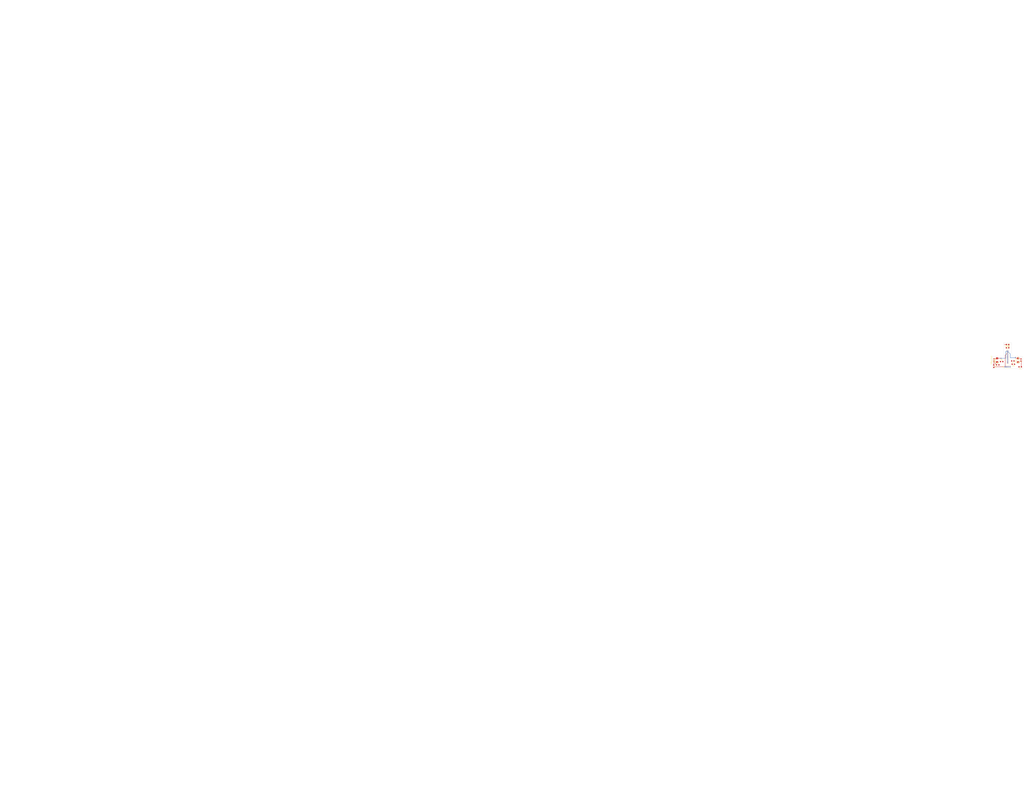
<source format=kicad_pcb>
(kicad_pcb (version 20211014) (generator pcbnew)
  (layers (0 "F.Cu" signal) (31 "B.Cu" signal) (34 "B.Paste" user) (35 "F.Paste" user) (36 "B.SilkS" user "B.Silkscreen") (37 "F.SilkS" user "F.Silkscreen") (38 "B.Mask" user) (39 "F.Mask" user) (44 "Edge.Cuts" user))
  (net 0 "")
  (net 1 "+12V")
  (net 2 "Net-(R2-Pad1)")
  (net 3 "Net-(R1-Pad1)")
  (net 4 "Net-(R3-Pad1)")
  (net 5 "Net-(DRechts1-Pad1)")
  (net 6 "Net-(DSL1-Pad1)")
  (net 7 "Net-(DSR1-Pad1)")
  (net 8 "Net-(DTop1-Pad1)")
  (net 9 "/Wre")
  (net 10 "/Wt")
  (net 11 "/Wli")
  (net 12 "/Rli")
  (net 13 "/Rre")
  (net 14 "/S")
  (footprint "Resistor_SMD:R_0603_1608Metric_Pad0.98x0.95mm_HandSolder" (layer "F.Cu") (at 39.116 34.544 180)
    (fp_text reference "R1" (at 0 -1.43) (layer "F.SilkS"))
    (fp_text value "800")
    (fp_line (start -0.254724 0.5225) (end 0.254724 0.5225) (layer "F.SilkS") (width 0.12))
    (fp_line (start -0.254724 -0.5225) (end 0.254724 -0.5225) (layer "F.SilkS") (width 0.12))
    (pad "1" smd roundrect (at -0.9125 0 180) (size 0.975 0.95) (layers "F.Cu" "F.Paste" "F.Mask") (net 3 "Net-(R1-Pad1)"))
    (pad "2" smd roundrect (at 0.9125 0 180) (size 0.975 0.95) (layers "F.Cu" "F.Paste" "F.Mask") (net 11 "/Wli"))
  )
  (footprint "LED_SMD:LED_0605_1613Metric" (layer "F.Cu") (at 24.6545 33.7565 90)
    (fp_text reference "DRechts1" (at 0 -2.159 90) (layer "F.SilkS"))
    (fp_text value "LED_Dual_AAKK_s")
    (fp_line (start 0.8 -0.889) (end -1.485 -0.889) (layer "F.SilkS") (width 0.12))
    (fp_line (start -1.485 0.735) (end 0.8 0.735) (layer "F.SilkS") (width 0.12))
    (fp_line (start -1.485 -0.889) (end -1.485 -0.005) (layer "F.SilkS") (width 0.12))
    (fp_line (start -1.485 -0.735) (end -1.485 0.735) (layer "F.SilkS") (width 0.12))
    (pad "1" smd roundrect (at -0.7875 0.2375 90) (size 0.875 0.475) (layers "F.Cu" "F.Paste" "F.Mask") (net 5 "Net-(DRechts1-Pad1)"))
    (pad "2" smd roundrect (at -0.7875 -0.381 90) (size 0.875 0.475) (layers "F.Cu" "F.Paste" "F.Mask") (net 4 "Net-(R3-Pad1)"))
    (pad "3" smd roundrect (at 0.7875 -0.381 90) (size 0.875 0.475) (layers "F.Cu" "F.Paste" "F.Mask") (net 1 "+12V"))
    (pad "4" smd roundrect (at 0.7875 0.2375 90) (size 0.875 0.475) (layers "F.Cu" "F.Paste" "F.Mask") (net 1 "+12V"))
  )
  (footprint "Connector_PinHeader_1.27mm:PinHeader_1x04_P1.27mm_Vertical" (layer "F.Cu") (at 33.152 39.116 90)
    (fp_text reference "J2" (at 0 -1.695 90) (layer "F.SilkS"))
    (fp_text value "Conn_01x04_Male")
    (fp_line (start -1.11 0.76) (end -0.563471 0.76) (layer "F.SilkS") (width 0.12))
    (fp_line (start -1.11 0) (end -1.11 -0.76) (layer "F.SilkS") (width 0.12))
    (fp_line (start -1.11 -0.76) (end 0 -0.76) (layer "F.SilkS") (width 0.12))
    (fp_line (start 1.11 0.76) (end 1.11 4.505) (layer "F.SilkS") (width 0.12))
    (fp_line (start 0.563471 0.76) (end 1.11 0.76) (layer "F.SilkS") (width 0.12))
    (fp_line (start -1.11 0.76) (end -1.11 4.505) (layer "F.SilkS") (width 0.12))
    (fp_line (start -1.11 4.505) (end -0.30753 4.505) (layer "F.SilkS") (width 0.12))
    (fp_line (start 0.30753 4.505) (end 1.11 4.505) (layer "F.SilkS") (width 0.12))
    (pad "1" thru_hole rect (at 0 0 90) (size 1 1) (drill 0.65) (layers *.Cu *.Mask) (net 9 "/Wre"))
    (pad "2" thru_hole oval (at 0 1.27 90) (size 1 1) (drill 0.65) (layers *.Cu *.Mask) (net 11 "/Wli"))
    (pad "3" thru_hole oval (at 0 2.54 90) (size 1 1) (drill 0.65) (layers *.Cu *.Mask) (net 12 "/Rli"))
    (pad "4" thru_hole oval (at 0 3.81 90) (size 1 1) (drill 0.65) (layers *.Cu *.Mask) (net 1 "+12V"))
  )
  (footprint "Resistor_SMD:R_0603_1608Metric_Pad0.98x0.95mm_HandSolder" (layer "F.Cu") (at 30.48 35.052)
    (fp_text reference "R6" (at 0 -1.43) (layer "F.SilkS"))
    (fp_text value "R")
    (fp_line (start -0.254724 0.5225) (end 0.254724 0.5225) (layer "F.SilkS") (width 0.12))
    (fp_line (start -0.254724 -0.5225) (end 0.254724 -0.5225) (layer "F.SilkS") (width 0.12))
    (pad "1" smd roundrect (at -0.9125 0) (size 0.975 0.95) (layers "F.Cu" "F.Paste" "F.Mask") (net 7 "Net-(DSR1-Pad1)"))
    (pad "2" smd roundrect (at 0.9125 0) (size 0.975 0.95) (layers "F.Cu" "F.Paste" "F.Mask") (net 14 "/S"))
  )
  (footprint "LED_SMD:LED_0603_1608Metric_Pad1.05x0.95mm_HandSolder" (layer "F.Cu") (at 35.052 21.844 180)
    (fp_text reference "DTop1" (at 0 -1.43) (layer "F.SilkS"))
    (fp_text value "LED")
    (fp_line (start 0.8 -0.735) (end -1.66 -0.735) (layer "F.SilkS") (width 0.12))
    (fp_line (start -1.66 -0.735) (end -1.66 0.735) (layer "F.SilkS") (width 0.12))
    (fp_line (start -1.66 0.735) (end 0.8 0.735) (layer "F.SilkS") (width 0.12))
    (pad "1" smd roundrect (at -0.875 0 180) (size 1.05 0.95) (layers "F.Cu" "F.Paste" "F.Mask") (net 8 "Net-(DTop1-Pad1)"))
    (pad "2" smd roundrect (at 0.875 0 180) (size 1.05 0.95) (layers "F.Cu" "F.Paste" "F.Mask") (net 1 "+12V"))
  )
  (footprint "Resistor_SMD:R_0603_1608Metric_Pad0.98x0.95mm_HandSolder" (layer "F.Cu") (at 39.5205 37.084 180)
    (fp_text reference "R5" (at 0 -1.43) (layer "F.SilkS"))
    (fp_text value "R")
    (fp_line (start -0.254724 -0.5225) (end 0.254724 -0.5225) (layer "F.SilkS") (width 0.12))
    (fp_line (start -0.254724 0.5225) (end 0.254724 0.5225) (layer "F.SilkS") (width 0.12))
    (pad "1" smd roundrect (at -0.9125 0 180) (size 0.975 0.95) (layers "F.Cu" "F.Paste" "F.Mask") (net 6 "Net-(DSL1-Pad1)"))
    (pad "2" smd roundrect (at 0.9125 0 180) (size 0.975 0.95) (layers "F.Cu" "F.Paste" "F.Mask") (net 14 "/S"))
  )
  (footprint "LED_SMD:LED_0605_1613Metric" (layer "F.Cu") (at 45.4825 33.8075 90)
    (fp_text reference "DLinks1" (at 0 -2.159 90) (layer "F.SilkS"))
    (fp_text value "LED_Dual_AAKK_s")
    (fp_line (start -1.485 -0.889) (end -1.485 -0.005) (layer "F.SilkS") (width 0.12))
    (fp_line (start -1.485 0.735) (end 0.8 0.735) (layer "F.SilkS") (width 0.12))
    (fp_line (start -1.485 -0.735) (end -1.485 0.735) (layer "F.SilkS") (width 0.12))
    (fp_line (start 0.8 -0.889) (end -1.485 -0.889) (layer "F.SilkS") (width 0.12))
    (pad "1" smd roundrect (at -0.7875 0.2375 90) (size 0.875 0.475) (layers "F.Cu" "F.Paste" "F.Mask") (net 2 "Net-(R2-Pad1)"))
    (pad "2" smd roundrect (at -0.7875 -0.381 90) (size 0.875 0.475) (layers "F.Cu" "F.Paste" "F.Mask") (net 3 "Net-(R1-Pad1)"))
    (pad "3" smd roundrect (at 0.7875 -0.381 90) (size 0.875 0.475) (layers "F.Cu" "F.Paste" "F.Mask") (net 1 "+12V"))
    (pad "4" smd roundrect (at 0.7875 0.2375 90) (size 0.875 0.475) (layers "F.Cu" "F.Paste" "F.Mask") (net 1 "+12V"))
  )
  (footprint "LED_SMD:LED_1206_3216Metric_Pad1.42x1.75mm_HandSolder" (layer "F.Cu") (at 43.18 33.9995 90)
    (fp_text reference "DSL1" (at 0 -1.82 90) (layer "F.SilkS"))
    (fp_text value "LED")
    (fp_line (start 1.6 -1.135) (end -2.46 -1.135) (layer "F.SilkS") (width 0.12))
    (fp_line (start -2.46 1.135) (end 1.6 1.135) (layer "F.SilkS") (width 0.12))
    (fp_line (start -2.46 -1.135) (end -2.46 1.135) (layer "F.SilkS") (width 0.12))
    (pad "1" smd roundrect (at -1.4875 0 90) (size 1.425 1.75) (layers "F.Cu" "F.Paste" "F.Mask") (roundrect_rratio 0.175439) (net 6 "Net-(DSL1-Pad1)"))
    (pad "2" smd roundrect (at 1.4875 0 90) (size 1.425 1.75) (layers "F.Cu" "F.Paste" "F.Mask") (roundrect_rratio 0.175439) (net 1 "+12V"))
  )
  (footprint "LED_SMD:LED_1206_3216Metric_Pad1.42x1.75mm_HandSolder" (layer "F.Cu") (at 26.924 33.9995 90)
    (fp_text reference "DSR1" (at 0 -1.82 90) (layer "F.SilkS"))
    (fp_text value "LED")
    (fp_line (start 1.6 -1.135) (end -2.46 -1.135) (layer "F.SilkS") (width 0.12))
    (fp_line (start -2.46 -1.135) (end -2.46 1.135) (layer "F.SilkS") (width 0.12))
    (fp_line (start -2.46 1.135) (end 1.6 1.135) (layer "F.SilkS") (width 0.12))
    (pad "1" smd roundrect (at -1.4875 0 90) (size 1.425 1.75) (layers "F.Cu" "F.Paste" "F.Mask") (roundrect_rratio 0.175439) (net 7 "Net-(DSR1-Pad1)"))
    (pad "2" smd roundrect (at 1.4875 0 90) (size 1.425 1.75) (layers "F.Cu" "F.Paste" "F.Mask") (roundrect_rratio 0.175439) (net 1 "+12V"))
  )
  (footprint "Resistor_SMD:R_0603_1608Metric_Pad0.98x0.95mm_HandSolder" (layer "F.Cu") (at 35.052 24.384)
    (fp_text reference "R7" (at 0 -1.43) (layer "F.SilkS"))
    (fp_text value "R")
    (fp_line (start -0.254724 -0.5225) (end 0.254724 -0.5225) (layer "F.SilkS") (width 0.12))
    (fp_line (start -0.254724 0.5225) (end 0.254724 0.5225) (layer "F.SilkS") (width 0.12))
    (pad "1" smd roundrect (at -0.9125 0) (size 0.975 0.95) (layers "F.Cu" "F.Paste" "F.Mask") (net 10 "/Wt"))
    (pad "2" smd roundrect (at 0.9125 0) (size 0.975 0.95) (layers "F.Cu" "F.Paste" "F.Mask") (net 8 "Net-(DTop1-Pad1)"))
  )
  (footprint "Resistor_SMD:R_0603_1608Metric_Pad0.98x0.95mm_HandSolder" (layer "F.Cu") (at 27.432 37.592)
    (fp_text reference "R4" (at 0 -1.43) (layer "F.SilkS"))
    (fp_text value "R")
    (fp_line (start -0.254724 0.5225) (end 0.254724 0.5225) (layer "F.SilkS") (width 0.12))
    (fp_line (start -0.254724 -0.5225) (end 0.254724 -0.5225) (layer "F.SilkS") (width 0.12))
    (pad "1" smd roundrect (at -0.9125 0) (size 0.975 0.95) (layers "F.Cu" "F.Paste" "F.Mask") (net 5 "Net-(DRechts1-Pad1)"))
    (pad "2" smd roundrect (at 0.9125 0) (size 0.975 0.95) (layers "F.Cu" "F.Paste" "F.Mask") (net 13 "/Rre"))
  )
  (footprint "Connector_PinHeader_1.27mm:PinHeader_1x08_P1.27mm_Vertical" (layer "F.Cu") (at 35.052 27.046)
    (fp_text reference "J1" (at 0 -1.695) (layer "F.SilkS"))
    (fp_text value "Conn_01x08_Male")
    (fp_line (start -1.11 9.585) (end -0.30753 9.585) (layer "F.SilkS") (width 0.12))
    (fp_line (start -1.11 -0.76) (end 0 -0.76) (layer "F.SilkS") (width 0.12))
    (fp_line (start 1.11 0.76) (end 1.11 9.585) (layer "F.SilkS") (width 0.12))
    (fp_line (start -1.11 0) (end -1.11 -0.76) (layer "F.SilkS") (width 0.12))
    (fp_line (start -1.11 0.76) (end -1.11 9.585) (layer "F.SilkS") (width 0.12))
    (fp_line (start -1.11 0.76) (end -0.563471 0.76) (layer "F.SilkS") (width 0.12))
    (fp_line (start 0.30753 9.585) (end 1.11 9.585) (layer "F.SilkS") (width 0.12))
    (fp_line (start 0.563471 0.76) (end 1.11 0.76) (layer "F.SilkS") (width 0.12))
    (pad "1" thru_hole rect (at 0 0) (size 1 1) (drill 0.65) (layers *.Cu *.Mask) (net 1 "+12V"))
    (pad "2" thru_hole oval (at 0 1.27) (size 1 1) (drill 0.65) (layers *.Cu *.Mask) (net 9 "/Wre"))
    (pad "3" thru_hole oval (at 0 2.54) (size 1 1) (drill 0.65) (layers *.Cu *.Mask) (net 10 "/Wt"))
    (pad "4" thru_hole oval (at 0 3.81) (size 1 1) (drill 0.65) (layers *.Cu *.Mask) (net 11 "/Wli"))
    (pad "5" thru_hole oval (at 0 5.08) (size 1 1) (drill 0.65) (layers *.Cu *.Mask) (net 14 "/S"))
    (pad "6" thru_hole oval (at 0 6.35) (size 1 1) (drill 0.65) (layers *.Cu *.Mask) (net 12 "/Rli"))
    (pad "7" thru_hole oval (at 0 7.62) (size 1 1) (drill 0.65) (layers *.Cu *.Mask) (net 13 "/Rre"))
    (pad "8" thru_hole oval (at 0 8.89) (size 1 1) (drill 0.65) (layers *.Cu *.Mask) (net 1 "+12V"))
  )
  (footprint "Resistor_SMD:R_0603_1608Metric_Pad0.98x0.95mm_HandSolder" (layer "F.Cu") (at 44.8075 39.116 180)
    (fp_text reference "R2" (at 0 -1.43 180) (layer "F.SilkS"))
    (fp_text value "R")
    (fp_line (start -0.254724 0.5225) (end 0.254724 0.5225) (layer "F.SilkS") (width 0.12))
    (fp_line (start -0.254724 -0.5225) (end 0.254724 -0.5225) (layer "F.SilkS") (width 0.12))
    (pad "1" smd roundrect (at -0.9125 0 180) (size 0.975 0.95) (layers "F.Cu" "F.Paste" "F.Mask") (net 2 "Net-(R2-Pad1)"))
    (pad "2" smd roundrect (at 0.9125 0 180) (size 0.975 0.95) (layers "F.Cu" "F.Paste" "F.Mask") (net 12 "/Rli"))
  )
  (footprint "Resistor_SMD:R_0603_1608Metric_Pad0.98x0.95mm_HandSolder" (layer "F.Cu") (at 24.384 38.608 -90)
    (fp_text reference "R3" (at 0 -1.43 90) (layer "F.SilkS"))
    (fp_text value "R")
    (fp_line (start -0.254724 0.5225) (end 0.254724 0.5225) (layer "F.SilkS") (width 0.12))
    (fp_line (start -0.254724 -0.5225) (end 0.254724 -0.5225) (layer "F.SilkS") (width 0.12))
    (pad "1" smd roundrect (at -0.9125 0 270) (size 0.975 0.95) (layers "F.Cu" "F.Paste" "F.Mask") (net 4 "Net-(R3-Pad1)"))
    (pad "2" smd roundrect (at 0.9125 0 270) (size 0.975 0.95) (layers "F.Cu" "F.Paste" "F.Mask") (net 9 "/Wre"))
  )
  (gr_poly (pts (xy 38.1 30.988) (xy 46.736 30.988) (xy 46.736 40.64) (xy 23.368 40.64) (xy 23.368 30.988) (xy 32.004 30.988) (xy 32.004 20.32) (xy 38.1 20.32)) (layer "Edge.Cuts") (width 0.1) (fill none))
  (segment (start 41.656 32.512) (end 41.148 32.004) (width 0.25) (layer "F.Cu") (net 1))
  (segment (start 26.924 32.512) (end 29.972 32.512) (width 0.25) (layer "F.Cu") (net 1))
  (segment (start 45.72 33.02) (end 45.1015 33.02) (width 0.25) (layer "F.Cu") (net 1))
  (segment (start 26.467 32.969) (end 26.924 32.512) (width 0.25) (layer "F.Cu") (net 1))
  (segment (start 24.892 32.969) (end 26.467 32.969) (width 0.25) (layer "F.Cu") (net 1))
  (segment (start 24.2735 32.969) (end 24.892 32.969) (width 0.25) (layer "F.Cu") (net 1))
  (segment (start 43.18 32.512) (end 41.656 32.512) (width 0.25) (layer "F.Cu") (net 1))
  (segment (start 34.177 21.844) (end 32.512 21.844) (width 0.25) (layer "F.Cu") (net 1))
  (via (at 29.972 32.512) (size 0.8) (drill 0.4) (layers "F.Cu" "B.Cu") (net 1))
  (via (at 41.148 32.004) (size 0.8) (drill 0.4) (layers "F.Cu" "B.Cu") (net 1))
  (segment (start 37.084 32.004) (end 41.148 32.004) (width 0.25) (layer "B.Cu") (net 1))
  (segment (start 35.052 27.046) (end 37.084 29.078) (width 0.25) (layer "B.Cu") (net 1))
  (segment (start 33.528 27.432) (end 33.914 27.046) (width 0.25) (layer "B.Cu") (net 1))
  (segment (start 37.084 29.078) (end 37.084 32.004) (width 0.25) (layer "B.Cu") (net 1))
  (segment (start 33.528 32.512) (end 33.528 27.432) (width 0.25) (layer "B.Cu") (net 1))
  (segment (start 29.972 32.512) (end 33.528 32.512) (width 0.25) (layer "B.Cu") (net 1))
  (segment (start 33.914 27.046) (end 35.052 27.046) (width 0.25) (layer "B.Cu") (net 1))
  (segment (start 45.72 34.595) (end 45.72 39.116) (width 0.25) (layer "F.Cu") (net 2))
  (segment (start 24.2735 34.544) (end 24.2735 37.585) (width 0.25) (layer "F.Cu") (net 4))
  (segment (start 24.2735 37.585) (end 24.384 37.6955) (width 0.25) (layer "F.Cu") (net 4))
  (segment (start 24.892 35.9645) (end 24.892 34.544) (width 0.25) (layer "F.Cu") (net 5))
  (segment (start 26.5195 37.592) (end 24.892 35.9645) (width 0.25) (layer "F.Cu") (net 5))
  (segment (start 35.927 21.844) (end 35.927 24.3465) (width 0.25) (layer "F.Cu") (net 8))
  (segment (start 35.927 24.3465) (end 35.9645 24.384) (width 0.25) (layer "F.Cu") (net 8))
  (segment (start 33.152 39.116) (end 33.152 30.216) (width 0.25) (layer "F.Cu") (net 9))
  (segment (start 24.7885 39.116) (end 33.152 39.116) (width 0.25) (layer "F.Cu") (net 9))
  (segment (start 33.152 30.216) (end 35.052 28.316) (width 0.25) (layer "F.Cu") (net 9))
  (segment (start 24.384 39.5205) (end 24.7885 39.116) (width 0.25) (layer "F.Cu") (net 9))
)
</source>
